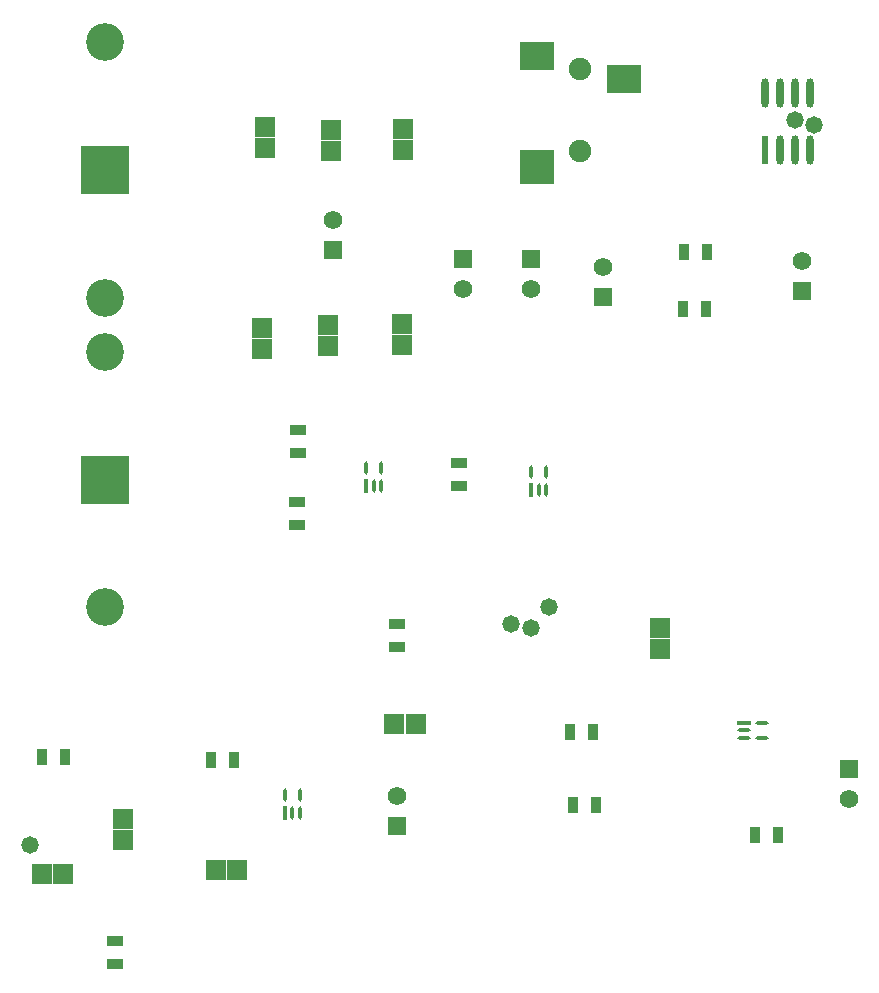
<source format=gts>
G04*
G04 #@! TF.GenerationSoftware,Altium Limited,Altium Designer,21.5.1 (32)*
G04*
G04 Layer_Color=8388736*
%FSLAX25Y25*%
%MOIN*%
G70*
G04*
G04 #@! TF.SameCoordinates,B2D6323A-8D7E-4EAA-9919-96392ECDF185*
G04*
G04*
G04 #@! TF.FilePolarity,Negative*
G04*
G01*
G75*
G04:AMPARAMS|DCode=17|XSize=97.4mil|YSize=24.49mil|CornerRadius=12.25mil|HoleSize=0mil|Usage=FLASHONLY|Rotation=90.000|XOffset=0mil|YOffset=0mil|HoleType=Round|Shape=RoundedRectangle|*
%AMROUNDEDRECTD17*
21,1,0.09740,0.00000,0,0,90.0*
21,1,0.07291,0.02449,0,0,90.0*
1,1,0.02449,0.00000,0.03646*
1,1,0.02449,0.00000,-0.03646*
1,1,0.02449,0.00000,-0.03646*
1,1,0.02449,0.00000,0.03646*
%
%ADD17ROUNDEDRECTD17*%
%ADD18R,0.02449X0.09740*%
%ADD20R,0.04583X0.01322*%
G04:AMPARAMS|DCode=21|XSize=45.83mil|YSize=13.22mil|CornerRadius=6.61mil|HoleSize=0mil|Usage=FLASHONLY|Rotation=0.000|XOffset=0mil|YOffset=0mil|HoleType=Round|Shape=RoundedRectangle|*
%AMROUNDEDRECTD21*
21,1,0.04583,0.00000,0,0,0.0*
21,1,0.03260,0.01322,0,0,0.0*
1,1,0.01322,0.01630,0.00000*
1,1,0.01322,-0.01630,0.00000*
1,1,0.01322,-0.01630,0.00000*
1,1,0.01322,0.01630,0.00000*
%
%ADD21ROUNDEDRECTD21*%
%ADD22R,0.03740X0.05709*%
%ADD24R,0.01322X0.04583*%
G04:AMPARAMS|DCode=25|XSize=45.83mil|YSize=13.22mil|CornerRadius=6.61mil|HoleSize=0mil|Usage=FLASHONLY|Rotation=90.000|XOffset=0mil|YOffset=0mil|HoleType=Round|Shape=RoundedRectangle|*
%AMROUNDEDRECTD25*
21,1,0.04583,0.00000,0,0,90.0*
21,1,0.03260,0.01322,0,0,90.0*
1,1,0.01322,0.00000,0.01630*
1,1,0.01322,0.00000,-0.01630*
1,1,0.01322,0.00000,-0.01630*
1,1,0.01322,0.00000,0.01630*
%
%ADD25ROUNDEDRECTD25*%
%ADD26R,0.05709X0.03740*%
%ADD27R,0.16391X0.16391*%
%ADD28R,0.11824X0.09461*%
%ADD29R,0.11824X0.11824*%
%ADD30R,0.06902X0.06902*%
%ADD31R,0.06902X0.06902*%
%ADD32C,0.12611*%
%ADD33C,0.06181*%
%ADD34R,0.06181X0.06181*%
%ADD35C,0.07493*%
%ADD36C,0.05800*%
D17*
X258779Y314491D02*
D03*
X263779D02*
D03*
X268779D02*
D03*
X273779D02*
D03*
Y295466D02*
D03*
X268779D02*
D03*
X263779D02*
D03*
D18*
X258779D02*
D03*
D20*
X251779Y104479D02*
D03*
D21*
Y101920D02*
D03*
Y99361D02*
D03*
X257842D02*
D03*
Y104479D02*
D03*
D22*
X263117Y66979D02*
D03*
X255440D02*
D03*
X194940Y76979D02*
D03*
X202617D02*
D03*
X17779Y92979D02*
D03*
X25456D02*
D03*
X239617Y261479D02*
D03*
X231940D02*
D03*
X231602Y242479D02*
D03*
X239279D02*
D03*
X193779Y101479D02*
D03*
X201456D02*
D03*
X74102Y91979D02*
D03*
X81779D02*
D03*
D24*
X98720Y74447D02*
D03*
X125779Y183415D02*
D03*
X180779Y181915D02*
D03*
D25*
X101279Y74447D02*
D03*
X103838D02*
D03*
Y80510D02*
D03*
X98720D02*
D03*
X128338Y183415D02*
D03*
X130897D02*
D03*
Y189479D02*
D03*
X125779D02*
D03*
X183338Y181915D02*
D03*
X185897D02*
D03*
Y187979D02*
D03*
X180779D02*
D03*
D26*
X42279Y31817D02*
D03*
Y24140D02*
D03*
X102779Y170479D02*
D03*
Y178156D02*
D03*
X136279Y129640D02*
D03*
Y137317D02*
D03*
X103279Y194301D02*
D03*
Y201979D02*
D03*
X156779Y190979D02*
D03*
Y183301D02*
D03*
D27*
X38779Y185479D02*
D03*
X38963Y288706D02*
D03*
D28*
X211846Y318994D02*
D03*
X182712Y326869D02*
D03*
D29*
Y289861D02*
D03*
D30*
X223779Y128936D02*
D03*
Y136022D02*
D03*
X44779Y65392D02*
D03*
Y72479D02*
D03*
X92279Y302979D02*
D03*
Y295892D02*
D03*
X114279Y302022D02*
D03*
Y294935D02*
D03*
X138279Y302479D02*
D03*
Y295392D02*
D03*
X91279Y236022D02*
D03*
Y228936D02*
D03*
X113279Y237022D02*
D03*
Y229936D02*
D03*
X137779Y237479D02*
D03*
Y230392D02*
D03*
D31*
X135235Y103979D02*
D03*
X142322D02*
D03*
X82865Y55479D02*
D03*
X75779D02*
D03*
X17735Y53979D02*
D03*
X24822D02*
D03*
D32*
X38779Y227998D02*
D03*
Y142959D02*
D03*
X38963Y331226D02*
D03*
Y246186D02*
D03*
D33*
X114779Y271979D02*
D03*
X271279Y258479D02*
D03*
X286779Y78979D02*
D03*
X136279Y79979D02*
D03*
X204779Y256479D02*
D03*
X180779Y248979D02*
D03*
X158279D02*
D03*
D34*
X114779Y261979D02*
D03*
X271279Y248479D02*
D03*
X286779Y88979D02*
D03*
X136279Y69979D02*
D03*
X204779Y246479D02*
D03*
X180779Y258979D02*
D03*
X158279D02*
D03*
D35*
X197279Y322538D02*
D03*
Y294979D02*
D03*
D36*
X13689Y63806D02*
D03*
X174279Y137479D02*
D03*
X180779Y136022D02*
D03*
X275279Y303879D02*
D03*
X268779Y305279D02*
D03*
X186779Y142979D02*
D03*
M02*

</source>
